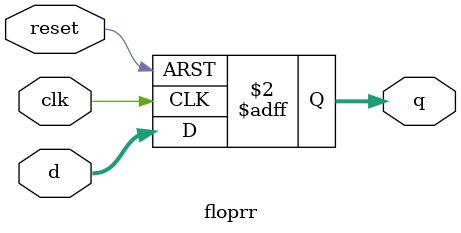
<source format=v>
module floprr #(parameter WIDTH = 32)
(
    input wire clk, reset,
    input wire [WIDTH-1:0] d,
    output reg [WIDTH-1:0] q
);

    always @(posedge clk or posedge reset) begin
        if (reset)
            q <= 0;
        else
            q <= d;
    end
endmodule

</source>
